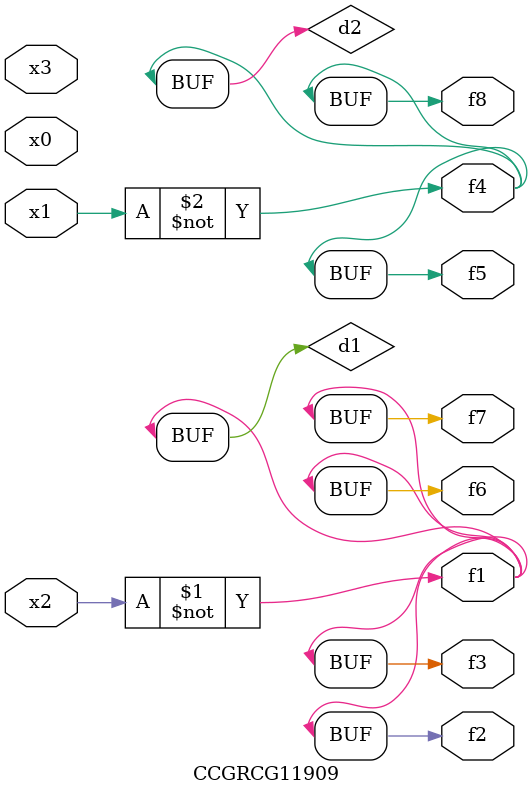
<source format=v>
module CCGRCG11909(
	input x0, x1, x2, x3,
	output f1, f2, f3, f4, f5, f6, f7, f8
);

	wire d1, d2;

	xnor (d1, x2);
	not (d2, x1);
	assign f1 = d1;
	assign f2 = d1;
	assign f3 = d1;
	assign f4 = d2;
	assign f5 = d2;
	assign f6 = d1;
	assign f7 = d1;
	assign f8 = d2;
endmodule

</source>
